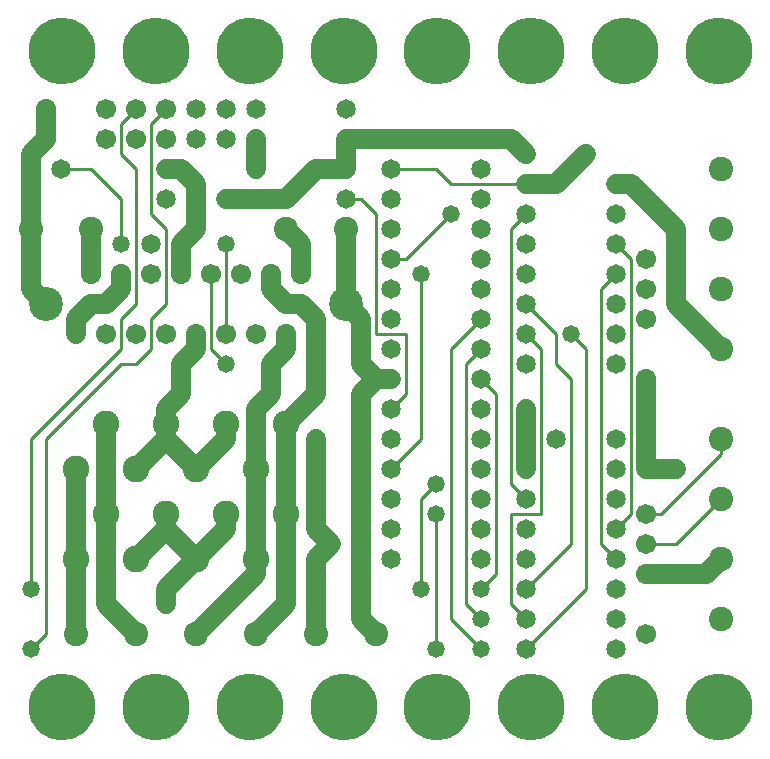
<source format=gtl>
%MOIN*%
%FSLAX25Y25*%
G04 D10 used for Character Trace; *
G04     Circle (OD=.01000) (No hole)*
G04 D11 used for Power Trace; *
G04     Circle (OD=.06700) (No hole)*
G04 D12 used for Signal Trace; *
G04     Circle (OD=.01100) (No hole)*
G04 D13 used for Via; *
G04     Circle (OD=.05800) (Round. Hole ID=.02800)*
G04 D14 used for Component hole; *
G04     Circle (OD=.06500) (Round. Hole ID=.03500)*
G04 D15 used for Component hole; *
G04     Circle (OD=.06700) (Round. Hole ID=.04300)*
G04 D16 used for Component hole; *
G04     Circle (OD=.08100) (Round. Hole ID=.05100)*
G04 D17 used for Component hole; *
G04     Circle (OD=.08900) (Round. Hole ID=.05900)*
G04 D18 used for Component hole; *
G04     Circle (OD=.11300) (Round. Hole ID=.08300)*
G04 D19 used for Component hole; *
G04     Circle (OD=.16000) (Round. Hole ID=.13000)*
G04 D20 used for Component hole; *
G04     Circle (OD=.18300) (Round. Hole ID=.15300)*
G04 D21 used for Component hole; *
G04     Circle (OD=.22291) (Round. Hole ID=.19291)*
%ADD10C,.01000*%
%ADD11C,.06700*%
%ADD12C,.01100*%
%ADD13C,.05800*%
%ADD14C,.06500*%
%ADD15C,.06700*%
%ADD16C,.08100*%
%ADD17C,.08900*%
%ADD18C,.11300*%
%ADD19C,.16000*%
%ADD20C,.18300*%
%ADD21C,.22291*%
%IPPOS*%
%LPD*%
G90*X0Y0D02*D21*X15625Y15625D03*D13*              
X5000Y35000D03*D12*X10000Y40000D01*Y105000D01*    
X35000Y130000D01*X40000D01*X45000Y135000D01*      
Y145000D01*X50000Y150000D01*Y175000D01*           
X45000Y180000D01*Y210000D01*X50000Y215000D01*D15* 
D03*D14*X60000Y205000D03*D15*X40000D03*D14*       
X60000Y215000D03*D15*X40000D03*D12*               
X35000Y210000D01*Y200000D01*X40000Y195000D01*     
Y150000D01*X35000Y145000D01*Y135000D01*           
X5000Y105000D01*Y55000D01*D13*D03*D16*            
X20000Y40000D03*D11*Y65000D01*D17*D03*D11*        
Y95000D01*D17*D03*X30000Y110000D03*D11*Y80000D01* 
D17*D03*D11*Y50000D01*X40000Y40000D01*D16*D03*D13*
X50000Y50000D03*D11*Y55000D01*X60000Y65000D01*D17*
D03*D11*X70000Y75000D01*Y80000D01*D17*D03*        
X80000Y95000D03*D11*Y65000D01*D17*D03*D11*        
Y60000D01*X60000Y40000D01*D16*D03*X80000D03*D11*  
X90000Y50000D01*Y80000D01*D17*D03*D11*Y110000D01* 
D17*D03*D11*X100000Y120000D01*Y145000D01*         
X95000Y150000D01*X90000D01*X85000Y155000D01*      
Y160000D01*D15*D03*D11*X95000D02*Y170000D01*D15*  
Y160000D03*D11*Y170000D02*X90000Y175000D01*D16*   
D03*D14*X80000Y185000D03*D11*X70000D01*D13*D03*   
D14*X80000Y195000D03*D11*Y205000D01*D14*D03*      
X70000Y215000D03*X80000D03*X70000Y205000D03*D11*  
X90000Y185000D02*X100000Y195000D01*               
X80000Y185000D02*X90000D01*D13*X70000Y170000D03*  
D12*Y140000D01*D15*D03*D12*Y130000D02*            
X65000Y135000D01*D13*X70000Y130000D03*D12*        
X65000Y135000D02*Y160000D01*D15*D03*D14*          
X55000Y170000D03*D11*Y160000D01*D15*D03*D14*      
X45000Y170000D03*D11*X55000D02*X60000Y175000D01*  
Y190000D01*X55000Y195000D01*X50000D01*D14*D03*D15*
Y205000D03*D14*Y185000D03*D12*X35000Y170000D02*   
Y185000D01*D13*Y170000D03*D15*X45000Y160000D03*   
X25000D03*D11*Y175000D01*D16*D03*D12*             
X35000Y185000D02*X25000Y195000D01*X15000D01*D14*  
D03*D11*X5000D02*Y200000D01*D14*Y195000D03*D11*   
Y175000D01*D16*D03*D11*Y155000D01*                
X10000Y150000D01*D18*D03*D13*X20000Y140000D03*D11*
Y145000D01*X25000Y150000D01*X30000D01*            
X35000Y155000D01*Y160000D01*D15*D03*              
X30000Y140000D03*X40000D03*X50000D03*D11*         
X55000Y130000D02*X60000Y135000D01*                
X55000Y120000D02*Y130000D01*X50000Y115000D02*     
X55000Y120000D01*X50000Y110000D02*Y115000D01*D17* 
Y110000D03*D11*Y105000D01*X40000Y95000D01*D17*D03*
D11*X60000D02*X50000Y105000D01*D17*               
X60000Y95000D03*D11*X70000Y105000D01*Y110000D01*  
D17*D03*D11*X80000Y95000D02*Y115000D01*           
X105000Y70000D02*X100000Y75000D01*D14*            
X105000Y70000D03*D11*X100000Y65000D01*Y40000D01*  
D16*D03*D11*X120000D02*X115000Y45000D01*D16*      
X120000Y40000D03*D11*X115000Y45000D02*Y70000D01*  
D14*D03*D11*Y95000D01*D15*D03*D11*Y120000D01*     
X120000Y125000D01*X125000D01*D14*D03*D12*         
Y115000D02*X130000Y120000D01*D14*                 
X125000Y115000D03*D12*X130000Y120000D02*          
Y140000D01*X120000D01*Y180000D01*                 
X115000Y185000D01*X110000D01*D14*D03*D11*         
X100000Y195000D02*X110000D01*D14*D03*D11*         
Y205000D01*D14*D03*D11*X165000D01*                
X170000Y200000D01*D14*D03*D11*Y190000D02*         
X180000D01*D14*X170000D03*D12*X145000D01*         
X140000Y195000D01*X125000D01*D14*D03*Y185000D03*  
D13*X145000Y180000D03*D12*X130000Y165000D01*      
X125000D01*D14*D03*D13*X135000Y160000D03*D12*     
Y105000D01*X125000Y95000D01*D14*D03*D12*          
X135000Y55000D02*Y85000D01*D13*Y55000D03*D12*     
X155000Y35000D02*X145000Y45000D01*D13*            
X155000Y35000D03*D12*X145000Y45000D02*Y135000D01* 
X155000Y145000D01*D14*D03*Y155000D03*Y135000D03*  
D12*X150000Y130000D01*Y50000D01*X155000Y45000D01* 
D13*D03*Y55000D03*D12*X160000Y60000D01*Y120000D01*
X155000Y125000D01*D14*D03*Y115000D03*             
X170000Y140000D03*D12*X175000Y135000D01*Y80000D01*
X165000D01*Y50000D01*X170000Y45000D01*D14*D03*    
Y55000D03*D12*X185000Y70000D01*Y125000D01*        
X180000Y130000D01*Y140000D01*X170000Y150000D01*   
D14*D03*Y160000D03*X155000Y165000D03*D13*         
X185000Y140000D03*D12*X190000Y135000D01*Y55000D01*
X170000Y35000D01*D14*D03*D21*X171875Y15625D03*D14*
X200000Y65000D03*D12*X195000Y70000D01*Y155000D01* 
X200000Y160000D01*D14*D03*D12*X205000Y80000D02*   
Y165000D01*X200000Y75000D02*X205000Y80000D01*D14* 
X200000Y75000D03*D15*X210000Y70000D03*D12*        
X220000D01*X235000Y85000D01*D16*D03*D13*          
X220000Y95000D03*D11*X210000D01*D13*D03*D11*      
Y125000D01*D15*D03*D14*X200000Y130000D03*         
Y140000D03*Y105000D03*D15*X210000Y145000D03*D12*  
X215000Y80000D02*X235000Y100000D01*               
X210000Y80000D02*X215000D01*D15*X210000D03*D14*   
X200000Y85000D03*Y95000D03*D11*X210000Y60000D02*  
X230000D01*D15*X210000D03*D14*X200000Y55000D03*   
Y45000D03*D11*X230000Y60000D02*X235000Y65000D01*  
D16*D03*Y45000D03*D15*X210000Y40000D03*D12*       
X235000Y100000D02*Y105000D01*D16*D03*Y135000D03*  
D11*X220000Y150000D01*Y175000D01*                 
X205000Y190000D01*X200000D01*D14*D03*             
X190000Y200000D03*D11*X180000Y190000D01*D14*      
X170000Y180000D03*D12*X165000Y175000D01*Y90000D01*
X170000Y85000D01*D14*D03*Y95000D03*D11*Y115000D01*
D13*D03*D14*X180000Y105000D03*X170000Y130000D03*  
X155000Y105000D03*Y95000D03*Y85000D03*D13*        
X140000Y90000D03*D12*X135000Y85000D01*D13*        
X140000Y80000D03*D12*Y35000D01*D13*D03*D21*       
X140625Y15625D03*D14*X170000Y65000D03*X155000D03* 
X125000D03*D21*X109375Y15625D03*D11*              
X100000Y75000D02*Y95000D01*D15*D03*D11*Y105000D01*
D13*D03*D11*X80000Y115000D02*X85000Y120000D01*    
Y130000D01*X90000Y135000D01*Y140000D01*D15*D03*   
X80000D03*D18*X110000Y150000D03*D11*              
X115000Y145000D01*Y130000D01*X120000Y125000D01*   
D14*X125000Y135000D03*Y145000D03*Y105000D03*D11*  
X110000Y150000D02*Y175000D01*D16*D03*D14*         
X125000D03*Y155000D03*D15*X75000Y160000D03*D14*   
X110000Y215000D03*X155000Y175000D03*Y185000D03*   
Y195000D03*D15*X60000Y140000D03*D11*Y135000D01*   
D17*X50000Y80000D03*D11*Y75000D01*X40000Y65000D01*
D17*D03*D11*X60000D02*X50000Y75000D01*D21*        
X46875Y15625D03*X78125D03*D14*X125000Y75000D03*   
Y85000D03*X155000Y75000D03*X170000D03*Y170000D03* 
D11*X5000Y200000D02*X10000Y205000D01*D15*D03*D11* 
Y215000D01*D15*D03*X30000Y205000D03*D21*          
X15625Y234375D03*D15*X30000Y215000D03*D21*        
X46875Y234375D03*X78125D03*X109375D03*X140625D03* 
X171875D03*D14*X200000Y35000D03*Y150000D03*       
Y170000D03*D12*X205000Y165000D01*D15*X210000D03*  
Y155000D03*D14*X200000Y180000D03*D16*             
X235000Y195000D03*Y155000D03*Y175000D03*D21*      
X234375Y234375D03*X203125D03*Y15625D03*X234375D03*
M02*                                              

</source>
